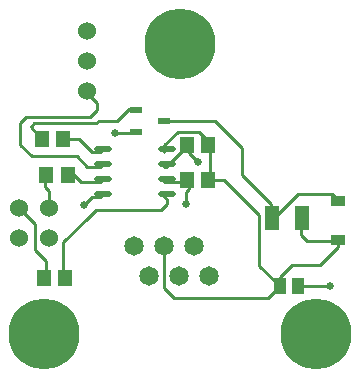
<source format=gtl>
G04*
G04 #@! TF.GenerationSoftware,Altium Limited,Altium Designer,18.0.7 (293)*
G04*
G04 Layer_Physical_Order=1*
G04 Layer_Color=255*
%FSLAX25Y25*%
%MOIN*%
G70*
G01*
G75*
%ADD12C,0.01000*%
%ADD15R,0.04724X0.05512*%
%ADD16O,0.05906X0.02165*%
%ADD17R,0.03937X0.02362*%
%ADD18R,0.05000X0.08000*%
%ADD19R,0.04331X0.05512*%
%ADD20R,0.04803X0.03622*%
%ADD32C,0.06500*%
%ADD33C,0.06000*%
%ADD34C,0.23622*%
%ADD35C,0.02500*%
D12*
X62008Y73819D02*
Y76772D01*
X54460Y69429D02*
X61802Y76772D01*
X61476Y64429D02*
X62008Y64961D01*
Y62008D02*
Y64961D01*
X53937Y64429D02*
X61476D01*
X13976Y62795D02*
Y67716D01*
X22835D02*
X26122Y64429D01*
X20276Y65748D02*
X22244Y67716D01*
X89488Y51394D02*
X98331Y60236D01*
X89488Y51394D02*
Y56968D01*
X101575Y44488D02*
X111811D01*
X92323Y29528D02*
Y32480D01*
X67913Y76772D02*
X68961Y75724D01*
X67913Y76772D02*
Y78502D01*
X53937Y74429D02*
Y75500D01*
X67913Y64961D02*
X68961Y66008D01*
X105905Y36614D02*
X111811Y42520D01*
Y44488D01*
X99488Y46575D02*
X101575Y44488D01*
X99488Y46575D02*
Y51394D01*
X109650Y60236D02*
X110630Y59256D01*
X98331Y60236D02*
X109650D01*
X96457Y36614D02*
X105905D01*
X37402Y80709D02*
X44291D01*
X44488Y80905D01*
X31953Y84709D02*
X38252D01*
X68961Y66008D02*
Y75724D01*
X73622Y64961D02*
X85433Y53150D01*
Y36417D02*
Y53150D01*
Y36417D02*
X92323Y29528D01*
X20276Y44291D02*
X28677Y52693D01*
X20276Y33071D02*
Y44291D01*
X10630Y41732D02*
X14370Y37992D01*
Y33071D02*
Y37992D01*
X88386Y25591D02*
X92323Y29528D01*
X57087Y25591D02*
X88386D01*
X53661Y29016D02*
X57087Y25591D01*
X53661Y29016D02*
Y43071D01*
X25591Y78740D02*
X29902Y74429D01*
X79724Y66732D02*
Y75787D01*
Y66732D02*
X89488Y56968D01*
X92323Y32480D02*
X96457Y36614D01*
X70866Y84646D02*
X79724Y75787D01*
X53937Y84646D02*
X70866D01*
X98622Y29528D02*
X109252D01*
X5524Y55547D02*
X10630Y50441D01*
Y41732D02*
Y50441D01*
X28822Y52693D02*
X31247Y55118D01*
X52756D01*
X28677Y52693D02*
X28822D01*
X27165Y56693D02*
X29902Y59429D01*
X24685Y72835D02*
X28091Y69429D01*
X9843Y72835D02*
X24685D01*
X52756Y55118D02*
X54724Y57087D01*
Y58642D01*
X53937Y59429D02*
X54724Y58642D01*
X61024Y57087D02*
Y61024D01*
X65313Y81102D02*
X67913Y78502D01*
X7874Y85827D02*
X29134D01*
X5906Y83858D02*
X7874Y85827D01*
X5906Y76772D02*
Y83858D01*
Y76772D02*
X9843Y72835D01*
X31496Y88189D02*
Y90551D01*
X29134Y85827D02*
X31496Y88189D01*
X61024Y61024D02*
X62008Y62008D01*
X61802Y76772D02*
X62008D01*
X19685Y66929D02*
X19768Y66847D01*
X13976Y62795D02*
X15524Y61248D01*
Y55547D02*
Y61248D01*
X44291Y88583D02*
X44488Y88386D01*
X28024Y94024D02*
Y94547D01*
Y94024D02*
X31496Y90551D01*
X62008Y73819D02*
X64961Y70866D01*
X19685Y65748D02*
X20276D01*
X13189Y78740D02*
X13780D01*
X67913Y64961D02*
X68504D01*
X73622D01*
X22244Y67716D02*
X22835D01*
X38252Y84709D02*
X42126Y88583D01*
X44291D01*
X53937Y76531D02*
X58509Y81102D01*
X65313D01*
X31071Y83827D02*
X31953Y84709D01*
X9449Y82677D02*
X10598Y83827D01*
X9449Y82480D02*
Y82677D01*
X10598Y83827D02*
X31071D01*
X9449Y82480D02*
X13189Y78740D01*
X19685D02*
X20276D01*
X25591D01*
X29902Y59429D02*
X32677D01*
X53937Y69429D02*
X54460D01*
X26122Y64429D02*
X32677D01*
X28091Y69429D02*
X32677D01*
X29902Y74429D02*
X32677D01*
X53937Y75500D02*
Y76531D01*
D15*
X21654Y66535D02*
D03*
X14567D02*
D03*
X20866Y32283D02*
D03*
X13780D02*
D03*
X20276Y78740D02*
D03*
X13189D02*
D03*
X61417Y76772D02*
D03*
X68504D02*
D03*
X61417Y64961D02*
D03*
X68504D02*
D03*
D16*
X54630Y60300D02*
D03*
Y65300D02*
D03*
Y70300D02*
D03*
Y75300D02*
D03*
X33370Y60300D02*
D03*
Y65300D02*
D03*
Y70300D02*
D03*
Y75300D02*
D03*
D17*
X53937Y84646D02*
D03*
X44488Y80905D02*
D03*
Y88386D02*
D03*
D18*
X89882Y52181D02*
D03*
X99882D02*
D03*
D19*
X92520Y29528D02*
D03*
X98425D02*
D03*
D20*
X111811Y45075D02*
D03*
Y58075D02*
D03*
D32*
X68661Y33071D02*
D03*
X58661D02*
D03*
X48661D02*
D03*
X63661Y43071D02*
D03*
X53661D02*
D03*
X43661D02*
D03*
D33*
X28024Y94547D02*
D03*
Y104547D02*
D03*
Y114547D02*
D03*
X5524Y55547D02*
D03*
Y45547D02*
D03*
X15524Y55547D02*
D03*
Y45547D02*
D03*
D34*
X104331Y13780D02*
D03*
X13780D02*
D03*
X59055Y110236D02*
D03*
D35*
X37402Y80709D02*
D03*
X27165Y56693D02*
D03*
X64961Y70866D02*
D03*
X61024Y57087D02*
D03*
X109252Y29528D02*
D03*
M02*

</source>
